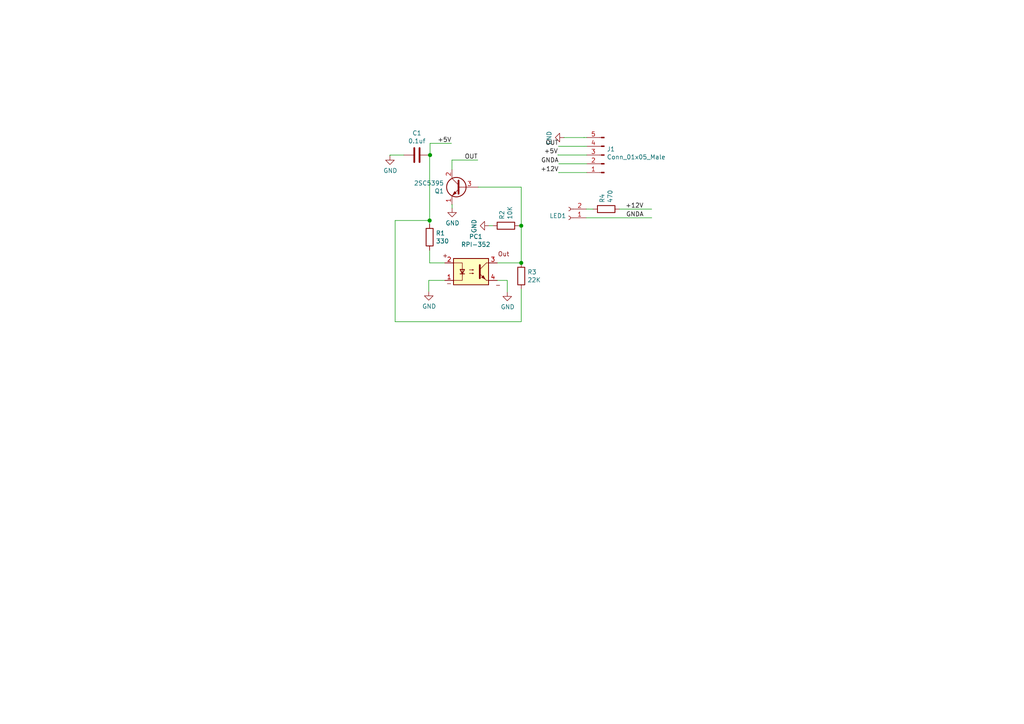
<source format=kicad_sch>
(kicad_sch (version 20210621) (generator eeschema)
  (paper "A4")
  (lib_symbols
    (symbol "Connector:Conn_01x02_Female" (pin_names (offset 1.016) hide)
      (property "Reference" "J" (at 0 2.54 0))
      (property "Value" "Conn_01x02_Female" (at 0 -5.08 0))
      (symbol "Conn_01x02_Female_1_1"
        (arc (start 0 -2.032) (end 0 -3.048) (radius (at 0 -2.54) (length 0.508) (angles 90.1 -90.1)) (stroke (width 0.1524)))
        (arc (start 0 0.508) (end 0 -0.508) (radius (at 0 0) (length 0.508) (angles 90.1 -90.1)) (stroke (width 0.1524)))
        (polyline (pts (xy -1.27 -2.54) (xy -0.508 -2.54)) (stroke (width 0.1524)))
        (polyline (pts (xy -1.27 0) (xy -0.508 0)) (stroke (width 0.1524)))
        (pin passive line (at -5.08 0 0) (length 3.81) (name "Pin_1") (number "1"))
        (pin passive line (at -5.08 -2.54 0) (length 3.81) (name "Pin_2") (number "2"))
      )
    )
    (symbol "Connector:Conn_01x05_Male" (pin_names (offset 1.016) hide)
      (property "Reference" "J" (at 0 7.62 0))
      (property "Value" "Conn_01x05_Male" (at 0 -7.62 0))
      (symbol "Conn_01x05_Male_1_1"
        (rectangle (start 0.8636 -4.953) (end 0 -5.207) (stroke (width 0.1524)) (fill (type outline)))
        (rectangle (start 0.8636 -2.413) (end 0 -2.667) (stroke (width 0.1524)) (fill (type outline)))
        (rectangle (start 0.8636 0.127) (end 0 -0.127) (stroke (width 0.1524)) (fill (type outline)))
        (rectangle (start 0.8636 2.667) (end 0 2.413) (stroke (width 0.1524)) (fill (type outline)))
        (rectangle (start 0.8636 5.207) (end 0 4.953) (stroke (width 0.1524)) (fill (type outline)))
        (polyline (pts (xy 1.27 -5.08) (xy 0.8636 -5.08)) (stroke (width 0.1524)))
        (polyline (pts (xy 1.27 -2.54) (xy 0.8636 -2.54)) (stroke (width 0.1524)))
        (polyline (pts (xy 1.27 0) (xy 0.8636 0)) (stroke (width 0.1524)))
        (polyline (pts (xy 1.27 2.54) (xy 0.8636 2.54)) (stroke (width 0.1524)))
        (polyline (pts (xy 1.27 5.08) (xy 0.8636 5.08)) (stroke (width 0.1524)))
        (pin passive line (at 5.08 5.08 180) (length 3.81) (name "Pin_1") (number "1"))
        (pin passive line (at 5.08 2.54 180) (length 3.81) (name "Pin_2") (number "2"))
        (pin passive line (at 5.08 0 180) (length 3.81) (name "Pin_3") (number "3"))
        (pin passive line (at 5.08 -2.54 180) (length 3.81) (name "Pin_4") (number "4"))
        (pin passive line (at 5.08 -5.08 180) (length 3.81) (name "Pin_5") (number "5"))
      )
    )
    (symbol "Device:C" (pin_numbers hide) (pin_names (offset 0.254))
      (property "Reference" "C" (at 0.635 2.54 0))
      (property "Value" "C" (at 0.635 -2.54 0))
      (symbol "C_0_1"
        (polyline (pts (xy -2.032 -0.762) (xy 2.032 -0.762)) (stroke (width 0.508)))
        (polyline (pts (xy -2.032 0.762) (xy 2.032 0.762)) (stroke (width 0.508)))
      )
      (symbol "C_1_1"
        (pin passive line (at 0 3.81 270) (length 2.794) (name "~") (number "1"))
        (pin passive line (at 0 -3.81 90) (length 2.794) (name "~") (number "2"))
      )
    )
    (symbol "Device:R" (pin_numbers hide) (pin_names (offset 0))
      (property "Reference" "R" (at 2.032 0 90))
      (property "Value" "R" (at 0 0 90))
      (symbol "R_0_1"
        (rectangle (start -1.016 -2.54) (end 1.016 2.54) (stroke (width 0.254)))
      )
      (symbol "R_1_1"
        (pin passive line (at 0 3.81 270) (length 1.27) (name "~") (number "1"))
        (pin passive line (at 0 -3.81 90) (length 1.27) (name "~") (number "2"))
      )
    )
    (symbol "RPI-221:2SC5395" (pin_names (offset 0) hide)
      (property "Reference" "Q" (at 5.08 1.905 0))
      (property "Value" "2SC5395" (at 5.08 0 0))
      (symbol "2SC5395_0_1"
        (circle (center 1.27 0) (radius 2.8194) (stroke (width 0.254)))
        (polyline (pts (xy 0 0) (xy 0.635 0)))
        (polyline (pts (xy 0.635 0.635) (xy 2.54 2.54)))
        (polyline (pts (xy 0.635 -0.635) (xy 2.54 -2.54) (xy 2.54 -2.54)))
        (polyline (pts (xy 0.635 1.905) (xy 0.635 -1.905) (xy 0.635 -1.905)) (stroke (width 0.508)))
        (polyline (pts (xy 1.27 -1.778) (xy 1.778 -1.27) (xy 2.286 -2.286) (xy 1.27 -1.778) (xy 1.27 -1.778)) (fill (type outline)))
      )
      (symbol "2SC5395_1_1"
        (pin passive line (at 2.54 -5.08 90) (length 2.54) (name "E") (number "1"))
        (pin passive line (at 2.54 5.08 270) (length 2.54) (name "C") (number "2"))
        (pin input line (at -5.08 0 0) (length 5.08) (name "B") (number "3"))
      )
    )
    (symbol "RPI-221:RPI-352" (pin_names (offset 1.016))
      (property "Reference" "U" (at -5.08 5.08 0))
      (property "Value" "RPI-352" (at -2.794 7.0866 0))
      (symbol "RPI-352_0_0"
        (text "+" (at -7.5184 4.6736 0) (effects (font (size 1.27 1.27))))
        (text "-" (at -6.4008 -3.4036 0) (effects (font (size 1.27 1.27))))
        (text "-" (at 7.8232 -3.8608 0) (effects (font (size 1.27 1.27))))
        (text "Out" (at 9.4488 5.1308 0) (effects (font (size 1.27 1.27))))
      )
      (symbol "RPI-352_0_1"
        (rectangle (start -5.08 3.81) (end 5.08 -3.81) (stroke (width 0.254)) (fill (type background)))
        (polyline (pts (xy -3.175 -0.635) (xy -1.905 -0.635)) (stroke (width 0.254)))
        (polyline (pts (xy 2.54 0.635) (xy 4.445 2.54)))
        (polyline (pts (xy 4.445 -2.54) (xy 5.08 -2.54)))
        (polyline (pts (xy 4.445 2.54) (xy 5.08 2.54)))
        (polyline (pts (xy -2.54 -0.635) (xy -2.54 -2.54) (xy -5.08 -2.54)))
        (polyline (pts (xy 2.54 1.905) (xy 2.54 -1.905) (xy 2.54 -1.905)) (stroke (width 0.508)))
        (polyline (pts (xy -5.08 2.54) (xy -2.54 2.54) (xy -2.54 -1.27) (xy -2.54 0.635)))
        (polyline (pts (xy -2.54 -0.635) (xy -3.175 0.635) (xy -1.905 0.635) (xy -2.54 -0.635)) (stroke (width 0.254)))
        (polyline (pts (xy -0.508 -0.508) (xy 0.762 -0.508) (xy 0.381 -0.635) (xy 0.381 -0.381) (xy 0.762 -0.508)))
        (polyline (pts (xy -0.508 0.508) (xy 0.762 0.508) (xy 0.381 0.381) (xy 0.381 0.635) (xy 0.762 0.508)))
        (polyline (pts (xy 4.445 -2.54) (xy 2.54 -0.635)) (fill (type outline)))
        (polyline (pts (xy 3.048 -1.651) (xy 3.556 -1.143) (xy 4.064 -2.159) (xy 3.048 -1.651) (xy 3.048 -1.651)) (fill (type outline)))
      )
      (symbol "RPI-352_1_1"
        (pin passive line (at -7.62 -2.54 0) (length 2.54) (name "~") (number "1"))
        (pin passive line (at -7.62 2.54 0) (length 2.54) (name "~") (number "2"))
        (pin passive line (at 7.62 2.54 180) (length 2.54) (name "~") (number "3"))
        (pin passive line (at 7.62 -2.54 180) (length 2.54) (name "~") (number "4"))
      )
    )
    (symbol "power:GND" (power) (pin_names (offset 0))
      (property "Value" "GND" (at 0 -3.81 0))
      (symbol "GND_0_1"
        (polyline (pts (xy 0 0) (xy 0 -1.27) (xy 1.27 -1.27) (xy 0 -2.54) (xy -1.27 -1.27) (xy 0 -1.27)))
      )
      (symbol "GND_1_1"
        (pin power_in line (at 0 0 270) (length 0) hide (name "GND") (number "1"))
      )
    )
  )
  (junction (at 124.6124 63.9572) (diameter 1.016))
  (junction (at 124.735 44.975) (diameter 1.016))
  (junction (at 151.1808 65.475) (diameter 1.016))
  (junction (at 151.1808 76.2508) (diameter 1.016))
  (wire (pts (xy 113.1 44.975) (xy 113.1 45.175)))
  (wire (pts (xy 114.6048 63.9572) (xy 124.6124 63.9572)))
  (wire (pts (xy 114.6048 93.3196) (xy 114.6048 63.9572)))
  (wire (pts (xy 114.6048 93.3196) (xy 151.1808 93.3196)))
  (wire (pts (xy 117.115 44.975) (xy 113.1 44.975)))
  (wire (pts (xy 124.3584 81.3308) (xy 129.0066 81.3308)))
  (wire (pts (xy 124.3584 84.5312) (xy 124.3584 81.3308)))
  (wire (pts (xy 124.6124 44.975) (xy 124.735 44.975)))
  (wire (pts (xy 124.6124 63.9572) (xy 124.6124 44.975)))
  (wire (pts (xy 124.6124 63.9572) (xy 124.6124 64.9732)))
  (wire (pts (xy 124.6124 76.2508) (xy 124.6124 72.5932)))
  (wire (pts (xy 124.735 41.575) (xy 130.95 41.575)))
  (wire (pts (xy 124.735 44.975) (xy 124.735 41.575)))
  (wire (pts (xy 129.0066 76.2508) (xy 124.6124 76.2508)))
  (wire (pts (xy 131.0894 46.425) (xy 138.575 46.425)))
  (wire (pts (xy 131.0894 49.1998) (xy 131.0894 46.425)))
  (wire (pts (xy 131.125 59.3598) (xy 131.0894 59.3598)))
  (wire (pts (xy 131.125 60.375) (xy 131.125 59.3598)))
  (wire (pts (xy 138.7094 54.275) (xy 138.7094 54.2798)))
  (wire (pts (xy 141.825 65.475) (xy 142.93 65.475)))
  (wire (pts (xy 144.2466 76.2508) (xy 151.1808 76.2508)))
  (wire (pts (xy 147.125 81.3308) (xy 144.2466 81.3308)))
  (wire (pts (xy 147.125 84.7) (xy 147.125 81.3308)))
  (wire (pts (xy 151.1808 54.275) (xy 138.7094 54.275)))
  (wire (pts (xy 151.1808 54.275) (xy 151.1808 65.475)))
  (wire (pts (xy 151.1808 65.475) (xy 150.55 65.475)))
  (wire (pts (xy 151.1808 65.475) (xy 151.1808 76.2508)))
  (wire (pts (xy 151.1808 93.3196) (xy 151.1808 83.8708)))
  (wire (pts (xy 161.8488 44.967) (xy 161.8488 44.8818)))
  (wire (pts (xy 162 42.435) (xy 162 42.425)))
  (wire (pts (xy 162 42.435) (xy 169.395 42.435)))
  (wire (pts (xy 162.052 50.047) (xy 162.052 50.067)))
  (wire (pts (xy 162.052 50.067) (xy 162.05 50.067)))
  (wire (pts (xy 162.075 47.507) (xy 162.075 47.5)))
  (wire (pts (xy 163.6 39.895) (xy 163.6 39.9)))
  (wire (pts (xy 163.6 39.895) (xy 169.395 39.895)))
  (wire (pts (xy 169.395 39.887) (xy 169.395 39.895)))
  (wire (pts (xy 169.395 42.427) (xy 169.395 42.435)))
  (wire (pts (xy 170.03 63.175) (xy 189.05 63.175)))
  (wire (pts (xy 170.191 39.887) (xy 169.395 39.887)))
  (wire (pts (xy 170.191 42.427) (xy 169.395 42.427)))
  (wire (pts (xy 170.191 44.967) (xy 161.8488 44.967)))
  (wire (pts (xy 170.191 47.507) (xy 162.075 47.507)))
  (wire (pts (xy 170.191 50.047) (xy 162.052 50.047)))
  (wire (pts (xy 172.01 60.65) (xy 170.03 60.635)))
  (wire (pts (xy 179.63 60.65) (xy 189.025 60.65)))
  (label "+5V" (at 130.95 41.575 180))
  (label "OUT" (at 138.575 46.425 180))
  (label "+5V" (at 161.8488 44.8818 180))
  (label "OUT" (at 162 42.425 180))
  (label "+12V" (at 162.05 50.067 180))
  (label "GNDA" (at 162.075 47.5 180))
  (label "+12V" (at 186.675 60.65 180))
  (label "GNDA" (at 186.725 63.175 180))
  (symbol (lib_id "power:GND") (at 113.1 45.175 0) (unit 1)
    (property "Reference" "#PWR01" (effects hide))
    (property "Value" "GND" (at 113.2143 49.4994 0))
  )
  (symbol (lib_id "power:GND") (at 124.3584 84.5312 0) (unit 1)
    (property "Reference" "#PWR02" (effects hide))
    (property "Value" "GND" (at 124.4727 88.8556 0))
  )
  (symbol (lib_id "power:GND") (at 131.125 60.375 0) (unit 1)
    (property "Reference" "#PWR03" (effects hide))
    (property "Value" "GND" (at 131.2393 64.6994 0))
  )
  (symbol (lib_id "power:GND") (at 141.825 65.475 270) (unit 1)
    (property "Reference" "#PWR04" (effects hide))
    (property "Value" "GND" (at 137.5006 65.5893 0))
  )
  (symbol (lib_id "power:GND") (at 147.125 84.7 0) (unit 1)
    (property "Reference" "#PWR05" (effects hide))
    (property "Value" "GND" (at 147.2393 89.0244 0))
  )
  (symbol (lib_id "power:GND") (at 163.6 39.9 270) (unit 1)
    (property "Reference" "#PWR06" (effects hide))
    (property "Value" "GND" (at 159.2756 40.0143 0))
  )
  (symbol (lib_id "Device:R") (at 124.6124 68.7832 0) (unit 1)
    (property "Reference" "R1" (at 126.3905 67.6338 0) (effects (justify left)))
    (property "Value" "330" (at 126.391 69.9324 0) (effects (justify left)))
    (property "Footprint" "Resistor_THT:R_Axial_DIN0204_L3.6mm_D1.6mm_P5.08mm_Horizontal" (effects hide))
  )
  (symbol (lib_id "Device:R") (at 146.74 65.475 270) (unit 1)
    (property "Reference" "R2" (at 145.59 63.697 0) (effects (justify right)))
    (property "Value" "10K" (at 147.889 63.696 0) (effects (justify right)))
    (property "Footprint" "Resistor_THT:R_Axial_DIN0204_L3.6mm_D1.6mm_P5.08mm_Horizontal" (effects hide))
  )
  (symbol (lib_id "Device:R") (at 151.1808 80.0608 180) (unit 1)
    (property "Reference" "R3" (at 152.9592 78.911 0) (effects (justify right)))
    (property "Value" "22K" (at 152.9596 81.21 0) (effects (justify right)))
    (property "Footprint" "Resistor_THT:R_Axial_DIN0204_L3.6mm_D1.6mm_P5.08mm_Horizontal" (effects hide))
  )
  (symbol (lib_id "Device:R") (at 175.82 60.65 270) (unit 1)
    (property "Reference" "R4" (at 174.67 58.872 0) (effects (justify right)))
    (property "Value" "470" (at 176.969 58.871 0) (effects (justify right)))
    (property "Footprint" "Resistor_THT:R_Axial_DIN0204_L3.6mm_D1.6mm_P5.08mm_Horizontal" (effects hide))
  )
  (symbol (lib_id "Connector:Conn_01x02_Female") (at 164.95 63.175 180) (unit 1)
    (property "Reference" "LED1" (at 164.239 62.597 0) (effects (justify left)))
    (property "Value" "Conn_01x02_Female" (effects hide))
    (property "Footprint" "Connector_JST:JST_PH_S2B-PH-K_1x02_P2.00mm_Horizontal" (effects hide))
  )
  (symbol (lib_id "Device:C") (at 120.925 44.975 90) (unit 1)
    (property "Reference" "C1" (at 120.925 38.606 90))
    (property "Value" "0.1uf" (at 120.9246 40.9046 90))
    (property "Footprint" "Capacitor_THT:C_Disc_D3.8mm_W2.6mm_P2.50mm" (effects hide))
  )
  (symbol (lib_id "Connector:Conn_01x05_Male") (at 175.271 44.967 180) (unit 1)
    (property "Reference" "J1" (at 175.9823 43.2588 0) (effects (justify right)))
    (property "Value" "Conn_01x05_Male" (at 175.9823 45.5575 0) (effects (justify right)))
    (property "Footprint" "Connector_JST:JST_PH_S5B-PH-K_1x05_P2.00mm_Horizontal" (effects hide))
  )
  (symbol (lib_id "RPI-221:2SC5395") (at 133.6294 54.2798 0) (mirror y) (unit 1)
    (property "Reference" "Q1" (at 128.7778 55.4296 0) (effects (justify left)))
    (property "Value" "2SC5395" (at 128.778 53.1305 0) (effects (justify left)))
    (property "Footprint" "Package_TO_SOT_THT:TO-92S_Wide" (effects hide))
    (property "Datasheet" "http://rtellason.com/transdata/2sc5395.pdf" (effects hide))
  )
  (symbol (lib_id "RPI-221:RPI-352") (at 136.6266 78.7908 0) (unit 1)
    (property "Reference" "PC1" (at 138 68.6226 0))
    (property "Value" "RPI-352" (at 138 70.9215 0))
    (property "Footprint" "RPI-221:RPI-352" (effects hide))
    (property "Datasheet" "https://www.mouser.com/datasheet/2/348/rpi-221-208938.pdf" (effects hide))
  )
)
</source>
